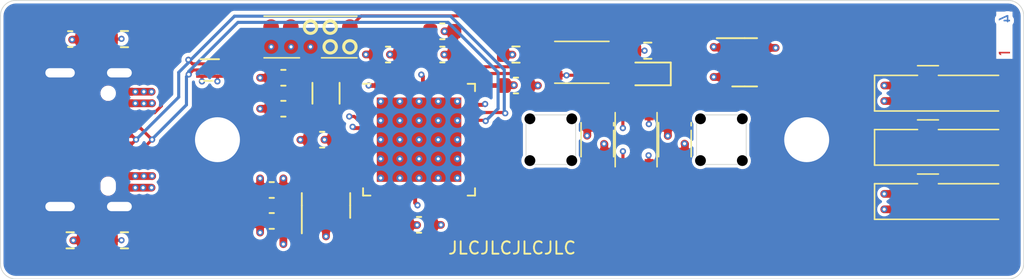
<source format=kicad_pcb>
(kicad_pcb (version 20221018) (generator pcbnew)
  (title_block (date "2023-01-08") (rev "4"))
  (layers (0 "F.Cu" signal "Front") (1 "In1.Cu" power) (2 "In2.Cu" power) (31 "B.Cu" signal "Back") (35 "F.Paste" user) (37 "F.SilkS" user "F.Silkscreen") (38 "B.Mask" user) (39 "F.Mask" user) (44 "Edge.Cuts" user))
  (property "Order-Number" "JLCJLCJLCJLC")
  (net 0 "")
  (net 1 "GND")
  (net 2 "Earth")
  (net 3 "+3V3")
  (net 4 "/SWDIO")
  (net 5 "Net-(D101-K)")
  (net 6 "Net-(D102-OUT)")
  (net 15 "/LED-onboard")
  (net 28 "/VDDCORE")
  (net 29 "/SWCLK")
  (net 32 "+5V")
  (net 33 "/XIN32")
  (net 34 "/USB+")
  (net 35 "/RESET")
  (net 36 "/XOUT32")
  (net 37 "/USB-")
  (net 39 "/USB-CC1")
  (net 40 "/Button-LED")
  (net 41 "/USB-CC2")
  (net 42 "/Button")
  (net 44 "/LED-Data")
  (net 53 "/LED Strip/WS2812-data")
  (footprint "Resistor_SMD:R_0603_1608Metric" (layer "F.Cu") (at 125 112.5 180)
    (fp_text reference "R104" hide)
    (fp_text value "5k1" hide)
  )
  (footprint "V2_Button_Switch_SMD:SKSG" (layer "F.Cu") (at 158 106 -90)
    (fp_text reference "SW102" hide)
    (fp_text value "SW_Push" hide)
  )
  (footprint "V2_Connector_USB:JAE_DX07S016JA3" (layer "F.Cu") (at 122 106 -90)
    (fp_text reference "J106" hide)
    (fp_text value "JAE_DX07S016JA3" hide)
  )
  (footprint "V2_Artwork:Minus_Small" (layer "F.Cu") (at 172.25 103)
    (fp_text reference "ICON103" hide)
    (fp_text value "Minus" hide)
  )
  (footprint "V2_Fiducial:Fiducial_0.5mm_Mask1mm_Paste" (layer "F.Cu") (at 182 114)
    (fp_text reference "FID103" hide)
    (fp_text value "Fiducial" hide)
  )
  (footprint "Capacitor_SMD:C_0603_1608Metric" (layer "F.Cu") (at 135.25 104 180)
    (fp_text reference "C102" hide)
    (fp_text value "18p" hide)
  )
  (footprint "V2_LED:WS2812-2020" (layer "F.Cu") (at 155.5 106 90)
    (fp_text reference "D102" hide)
    (fp_text value "WS2812" hide)
  )
  (footprint "V2_Package_DFN_QFN:QFN-48-1EP_7x7mm_P0.5mm_EP5.45x5.45mm_ThermalVias" (layer "F.Cu") (at 144 106)
    (fp_text reference "U102" hide)
    (fp_text value "ATSAMD51G" hide)
  )
  (footprint "Capacitor_SMD:C_0603_1608Metric" (layer "F.Cu") (at 137.75 106 180)
    (fp_text reference "C108" hide)
    (fp_text value "0u1" hide)
  )
  (footprint "V2_Fiducial:Fiducial_0.5mm_Mask1mm_Paste" (layer "F.Cu") (at 118 114)
    (fp_text reference "FID101" hide)
    (fp_text value "Fiducial" hide)
  )
  (footprint "Resistor_SMD:R_0603_1608Metric" (layer "F.Cu") (at 125 99.5 180)
    (fp_text reference "R103" hide)
    (fp_text value "5k1" hide)
  )
  (footprint "Resistor_SMD:R_0603_1608Metric" (layer "F.Cu") (at 121.5 112.5)
    (fp_text reference "R105" hide)
    (fp_text value "1M" hide)
  )
  (footprint "V2_Cortex_Debug:Cortex_Debug_Pad" (layer "F.Cu") (at 137 100 180)
    (fp_text reference "J105" hide)
    (fp_text value "CORTEX-DEBUG" hide)
  )
  (footprint "Package_TO_SOT_SMD:SOT-23-5" (layer "F.Cu") (at 165 101)
    (fp_text reference "U301" hide)
    (fp_text value "74AHC1G125" hide)
  )
  (footprint "Capacitor_SMD:C_0603_1608Metric" (layer "F.Cu") (at 150.25 102.5)
    (fp_text reference "C105" hide)
    (fp_text value "0u1" hide)
  )
  (footprint "V2_Production:Order_Number" (layer "F.Cu") (at 150 113)
    (fp_text reference "INFO101" hide)
    (fp_text value "ORDER-NUMBER" hide)
  )
  (footprint "V2_Artwork:Logo_Small" (layer "F.Cu") (at 170.75 99.75)
    (fp_text reference "ICON102" hide)
    (fp_text value "V2-logo" hide)
  )
  (footprint "Capacitor_SMD:C_0603_1608Metric" (layer "F.Cu") (at 144 111.5)
    (fp_text reference "C107" hide)
    (fp_text value "0u1" hide)
  )
  (footprint "V2_Button_Switch_SMD:SKSG" (layer "F.Cu") (at 154.5 101 180)
    (fp_text reference "SW101" hide)
    (fp_text value "SW_Push" hide)
  )
  (footprint "Capacitor_SMD:C_0603_1608Metric" (layer "F.Cu") (at 135.25 102 180)
    (fp_text reference "C101" hide)
    (fp_text value "18p" hide)
  )
  (footprint "Capacitor_SMD:C_0603_1608Metric" (layer "F.Cu") (at 134.5 109.25 180)
    (fp_text reference "C109" hide)
    (fp_text value "10u" hide)
  )
  (footprint "Capacitor_SMD:C_0603_1608Metric" (layer "F.Cu") (at 121.5 99.5)
    (fp_text reference "C112" hide)
    (fp_text value "0u1" hide)
  )
  (footprint "Resistor_SMD:R_0603_1608Metric" (layer "F.Cu") (at 150.25 100.5)
    (fp_text reference "R101" hide)
    (fp_text value "100k" hide)
  )
  (footprint "V2_Spacer_Wurth:9774030243" (layer "F.Cu") (at 131 106)
    (fp_text reference "SPACER101" hide)
    (fp_text value "3mm" hide)
  )
  (footprint "Capacitor_SMD:C_0603_1608Metric" (layer "F.Cu") (at 145.5 99)
    (fp_text reference "C103" hide)
    (fp_text value "10u" hide)
  )
  (footprint "V2_Spacer_Wurth:9774030243" (layer "F.Cu") (at 169 106)
    (fp_text reference "SPACER102" hide)
    (fp_text value "3mm" hide)
  )
  (footprint "V2_Artwork:Plus_Small" (layer "F.Cu") (at 172.25 110)
    (fp_text reference "ICON104" hide)
    (fp_text value "Plus" hide)
  )
  (footprint "V2_Production:Layer_Numbers" (layer "F.Cu") (at 181.75 99.25 90)
    (fp_text reference "INFO102" hide)
    (fp_text value "Layer_Numbers" hide)
  )
  (footprint "V2_LED:WS2812-2020" (layer "F.Cu") (at 160.5 106 90)
    (fp_text reference "D103" hide)
    (fp_text value "WS2812" hide)
  )
  (footprint "Resistor_SMD:R_0603_1608Metric" (layer "F.Cu") (at 158.75 100.25 180)
    (fp_text reference "R102" hide)
    (fp_text value "330R" hide)
  )
  (footprint "V2_Connector_WAGO:2065-100" (layer "F.Cu") (at 177.25 103 180)
    (fp_text reference "J302" hide)
    (fp_text value "WAGO-2065" hide)
  )
  (footprint "Capacitor_SMD:C_0603_1608Metric" (layer "F.Cu") (at 142 100.5 180)
    (fp_text reference "C106" hide)
    (fp_text value "0u1" hide)
  )
  (footprint "V2_Crystal:Crystal_SMD_3215-2Pin_3.2x1.5mm" (layer "F.Cu") (at 138 103 90)
    (fp_text reference "Y101" hide)
    (fp_text value "32k768" hide)
  )
  (footprint "V2_Connector_WAGO:2065-100" (layer "F.Cu") (at 177.25 110 180)
    (fp_text reference "J301" hide)
    (fp_text value "WAGO-2065" hide)
  )
  (footprint "Capacitor_SMD:C_0603_1608Metric" (layer "F.Cu") (at 145.5 100.5)
    (fp_text reference "C104" hide)
    (fp_text value "0u1" hide)
  )
  (footprint "LED_SMD:LED_0603_1608Metric" (layer "F.Cu") (at 158.75 101.75 180)
    (fp_text reference "D101" hide)
    (fp_text value "Orange" hide)
  )
  (footprint "V2_PCB_Devices:PCB_Button-bottom" (layer "F.Cu") (at 158 106 90)
    (fp_text reference "SWB101" hide)
    (fp_text value "Button-bottom" hide)
    (fp_line (start -1.6 -7.1) (end -1.6 -3.9) (stroke (width 0.05)) (layer "Edge.Cuts"))
    (fp_line (start -1.6 -3.9) (end 1.6 -3.9) (stroke (width 0.05)) (layer "Edge.Cuts"))
    (fp_line (start -1.6 3.9) (end -1.6 7.1) (stroke (width 0.05)) (layer "Edge.Cuts"))
    (fp_line (start -1.6 7.1) (end 1.6 7.1) (stroke (width 0.05)) (layer "Edge.Cuts"))
    (fp_line (start 1.6 -7.1) (end -1.6 -7.1) (stroke (width 0.05)) (layer "Edge.Cuts"))
    (fp_line (start 1.6 -3.9) (end 1.6 -7.1) (stroke (width 0.05)) (layer "Edge.Cuts"))
    (fp_line (start 1.6 3.9) (end -1.6 3.9) (stroke (width 0.05)) (layer "Edge.Cuts"))
    (fp_line (start 1.6 7.1) (end 1.6 3.9) (stroke (width 0.05)) (layer "Edge.Cuts"))
  )
  (footprint "Capacitor_SMD:C_0603_1608Metric" (layer "F.Cu") (at 134.5 111.25 180)
    (fp_text reference "C110" hide)
    (fp_text value "10u" hide)
  )
  (footprint "V2_ESD_Suppressor:SLP1210N6" (layer "F.Cu") (at 130.5 101.5 180)
    (fp_text reference "ESD101" hide)
    (fp_text value "RCLAMP0582N" hide)
  )
  (footprint "V2_Connector_WAGO:2065-100" (layer "F.Cu") (at 177.25 106.5 180)
    (fp_text reference "J303" hide)
    (fp_text value "WAGO-2065" hide)
  )
  (footprint "Package_TO_SOT_SMD:SOT-23-5" (layer "F.Cu") (at 138 110.25 90)
    (fp_text reference "U103" hide)
    (fp_text value "AP2112K-3.3" hide)
  )
  (footprint "V2_Fiducial:Fiducial_0.5mm_Mask1mm_Paste" (layer "F.Cu") (at 118 98)
    (fp_text reference "FID102" hide)
    (fp_text value "Fiducial" hide)
  )
  (footprint "V2_Artwork:Board_strip_Small" (layer "F.Cu") (at 171.25 113)
    (fp_text reference "ICON101" hide)
    (fp_text value "Board_strip" hide)
  )
  (gr_line (start 117 98) (end 117 114) (stroke (width 0.05)) (layer "Edge.Cuts"))
  (gr_line (start 118 97) (end 182 97) (stroke (width 0.05)) (layer "Edge.Cuts"))
  (gr_line (start 183 98) (end 183 114) (stroke (width 0.05)) (layer "Edge.Cuts"))
  (gr_arc (start 118 115) (mid 117.292893 114.707107) (end 117 114) (stroke (width 0.05)) (layer "Edge.Cuts"))
  (gr_arc (start 183 114) (mid 182.707107 114.707107) (end 182 115) (stroke (width 0.05)) (layer "Edge.Cuts"))
  (gr_arc (start 117 98) (mid 117.292893 97.292893) (end 118 97) (stroke (width 0.05)) (layer "Edge.Cuts"))
  (gr_arc (start 182 97) (mid 182.707107 97.292893) (end 183 98) (stroke (width 0.05)) (layer "Edge.Cuts"))
  (gr_line (start 118 115) (end 182 115) (stroke (width 0.05)) (layer "Edge.Cuts"))
  (segment (start 121.6245 99.534873) (end 122.240127 99.534873) (width 0.5) (layer "F.Cu") (net 1))
  (segment (start 143.75 110.085478) (end 143.902102 110.23758) (width 0.25) (layer "F.Cu") (net 1))
  (segment (start 144.146117 101.797172) (end 144.25 101.901055) (width 0.25) (layer "F.Cu") (net 1))
  (segment (start 141.219169 100.494169) (end 141.225 100.5) (width 0.5) (layer "F.Cu") (net 1))
  (segment (start 139.7169 105.167354) (end 139.799546 105.25) (width 0.25) (layer "F.Cu") (net 1))
  (segment (start 144.25 101.901055) (end 144.25 102.55) (width 0.25) (layer "F.Cu") (net 1))
  (segment (start 146.273845 100.501155) (end 146.275 100.5) (width 0.5) (layer "F.Cu") (net 1))
  (segment (start 133.75 109.225) (end 133.725 109.25) (width 0.5) (layer "F.Cu") (net 1))
  (segment (start 146.273146 98.998146) (end 146.275 99) (width 0.5) (layer "F.Cu") (net 1))
  (segment (start 160.039178 105.753377) (end 160.05 105.742555) (width 0.5) (layer "F.Cu") (net 1))
  (segment (start 140.567636 100.494169) (end 141.219169 100.494169) (width 0.5) (layer "F.Cu") (net 1))
  (segment (start 176.15 102.5) (end 176.65 103) (width 0.5) (layer "F.Cu") (net 1))
  (segment (start 156.0625 101.8375) (end 152.9375 101.8375) (width 0.2) (layer "F.Cu") (net 1))
  (segment (start 145.414209 111.505028) (end 144.780028 111.505028) (width 0.5) (layer "F.Cu") (net 1))
  (segment (start 139.799546 105.25) (end 140.55 105.25) (width 0.25) (layer "F.Cu") (net 1))
  (segment (start 146.275 99) (end 146.275 100.5) (width 0.5) (layer "F.Cu") (net 1))
  (segment (start 124.793702 99.5) (end 124.175 99.5) (width 0.2) (layer "F.Cu") (net 1))
  (segment (start 126.748059 102.9) (end 125.05 102.9) (width 0.5) (layer "F.Cu") (net 1))
  (segment (start 176.15 103.5) (end 176.65 103) (width 0.5) (layer "F.Cu") (net 1))
  (segment (start 174 103.5) (end 176.15 103.5) (width 0.5) (layer "F.Cu") (net 1))
  (segment (start 143.75 109.45) (end 143.75 110.085478) (width 0.25) (layer "F.Cu") (net 1))
  (segment (start 151.661024 102.5) (end 151.025 102.5) (width 0.5) (layer "F.Cu") (net 1))
  (segment (start 158.802323 107.011691) (end 158.824848 107.034216) (width 0.2) (layer "F.Cu") (net 1))
  (segment (start 133.75 111.275) (end 133.725 111.25) (width 0.5) (layer "F.Cu") (net 1))
  (segment (start 133.75 108.5) (end 133.75 109.225) (width 0.5) (layer "F.Cu") (net 1))
  (segment (start 124.808043 112.5) (end 124.175 112.5) (width 0.2) (layer "F.Cu") (net 1))
  (segment (start 148.20522 103.75) (end 147.45 103.75) (width 0.25) (layer "F.Cu") (net 1))
  (segment (start 141.2 102.5) (end 141.25 102.55) (width 0.3) (layer "F.Cu") (net 1))
  (segment (start 151.665062 102.504038) (end 151.661024 102.5) (width 0.5) (layer "F.Cu") (net 1))
  (segment (start 143.902102 110.1625) (end 143.902102 110.23758) (width 0.3) (layer "F.Cu") (net 1))
  (segment (start 148.260521 103.694699) (end 148.20522 103.75) (width 0.25) (layer "F.Cu") (net 1))
  (segment (start 145.640161 98.998146) (end 146.273146 98.998146) (width 0.5) (layer "F.Cu") (net 1))
  (segment (start 157.925 100.25) (end 158.541695 100.25) (width 0.2) (layer "F.Cu") (net 1))
  (segment (start 144.780028 111.505028) (end 144.775 111.5) (width 0.5) (layer "F.Cu") (net 1))
  (segment (start 134.474072 103.999072) (end 134.475 104) (width 0.5) (layer "F.Cu") (net 1))
  (segment (start 158.824848 104.988168) (end 158.824848 104.4375) (width 0.2) (layer "F.Cu") (net 1))
  (segment (start 163.003428 101.95) (end 163.8625 101.95) (width 0.5) (layer "F.Cu") (net 1))
  (segment (start 174 102.5) (end 176.15 102.5) (width 0.5) (layer "F.Cu") (net 1))
  (segment (start 163.05 100.05) (end 163.8625 100.05) (width 0.5) (layer "F.Cu") (net 1))
  (segment (start 158.820681 104.992335) (end 158.824848 104.988168) (width 0.2) (layer "F.Cu") (net 1))
  (segment (start 158.541695 100.25) (end 158.542972 100.248723) (width 0.2) (layer "F.Cu") (net 1))
  (segment (start 131 102.227716) (end 130.997161 102.230555) (width 0.2) (layer "F.Cu") (net 1))
  (segment (start 133.75 112) (end 133.75 111.275) (width 0.5) (layer "F.Cu") (net 1))
  (segment (start 138 111.3875) (end 138 112.25) (width 0.5) (layer "F.Cu") (net 1))
  (segment (start 124.810901 99.482801) (end 124.793702 99.5) (width 0.2) (layer "F.Cu") (net 1))
  (segment (start 133.75 102) (end 134.475 102) (width 0.5) (layer "F.Cu") (net 1))
  (segment (start 163 100) (end 163.05 100.05) (width 0.5) (layer "F.Cu") (net 1))
  (segment (start 126.75 109.1) (end 125.05 109.1) (width 0.5) (layer "F.Cu") (net 1))
  (segment (start 163 101.946572) (end 163.003428 101.95) (width 0.5) (layer "F.Cu") (net 1))
  (segment (start 154.834749 105.740495) (end 154.85 105.725244) (width 0.5) (layer "F.Cu") (net 1))
  (segment (start 136.345156 106.008324) (end 136.991676 106.008324) (width 0.5) (layer "F.Cu") (net 1))
  (segment (start 124.810901 112.497142) (end 124.808043 112.5) (width 0.2) (layer "F.Cu") (net 1))
  (segment (start 133.75 103.999072) (end 134.474072 103.999072) (width 0.5) (layer "F.Cu") (net 1))
  (segment (start 140.75 102.5) (end 141.2 102.5) (width 0.3) (layer "F.Cu") (net 1))
  (segment (start 131 101.9) (end 131 102.227716) (width 0.2) (layer "F.Cu") (net 1))
  (segment (start 126.75 102.901941) (end 126.748059 102.9) (width 0.5) (layer "F.Cu") (net 1))
  (segment (start 121.702351 112.50562) (end 122.32938 112.50562) (width 0.5) (layer "F.Cu") (net 1))
  (segment (start 154.85 105.725244) (end 154.85 105.085) (width 0.5) (layer "F.Cu") (net 1))
  (segment (start 160.05 105.742555) (end 160.05 105.085) (width 0.5) (layer "F.Cu") (net 1))
  (segment (start 145.6245 100.501155) (end 146.273845 100.501155) (width 0.5) (layer "F.Cu") (net 1))
  (segment (start 158.824848 107.034216) (end 158.824848 107.5625) (width 0.2) (layer "F.Cu") (net 1))
  (segment (start 122.240127 99.534873) (end 122.275 99.5) (width 0.5) (layer "F.Cu") (net 1))
  (via (at 121.702351 112.50562) (size 0.4) (drill 0.2) (layers "F.Cu" "B.Cu") (net 1))
  (via (at 124.810901 99.482801) (size 0.4) (drill 0.2) (layers "F.Cu" "B.Cu") (net 1))
  (via (at 125.700745 109.102181) (size 0.4) (drill 0.2) (layers "F.Cu" "B.Cu") (net 1))
  (via (at 124.810901 112.497142) (size 0.4) (drill 0.2) (layers "F.Cu" "B.Cu") (net 1))
  (via (at 148.260521 103.694699) (size 0.4) (drill 0.2) (layers "F.Cu" "B.Cu") (net 1))
  (via (at 126.25 102.898977) (size 0.4) (drill 0.2) (layers "F.Cu" "B.Cu") (net 1))
  (via (at 130.997161 102.230555) (size 0.4) (drill 0.2) (layers "F.Cu" "B.Cu") (net 1))
  (via (at 154.834749 105.740495) (size 0.4) (drill 0.2) (layers "F.Cu" "B.Cu") (net 1))
  (via (at 126.75 102.901941) (size 0.4) (drill 0.2) (layers "F.Cu" "B.Cu") (net 1))
  (via (at 163 101.946572) (size 0.4) (drill 0.2) (layers "F.Cu" "B.Cu") (net 1))
  (via (at 138 112.25) (size 0.4) (drill 0.2) (layers "F.Cu" "B.Cu") (net 1))
  (via (at 139.7169 105.167354) (size 0.4) (drill 0.2) (layers "F.Cu" "B.Cu") (net 1))
  (via (at 133.75 108.5) (size 0.4) (drill 0.2) (layers "F.Cu" "B.Cu") (net 1))
  (via (at 136.345156 106.008324) (size 0.4) (drill 0.2) (layers "F.Cu" "B.Cu") (net 1))
  (via (at 153.50995 101.843542) (size 0.4) (drill 0.2) (layers "F.Cu" "B.Cu") (net 1))
  (via (at 135.744983 100) (size 0.4) (drill 0.2) (layers "F.Cu" "B.Cu") (net 1))
  (via (at 174 103.5) (size 0.4) (drill 0.2) (layers "F.Cu" "B.Cu") (net 1))
  (via (at 145.640161 98.998146) (size 0.4) (drill 0.2) (layers "F.Cu" "B.Cu") (net 1))
  (via (at 121.6245 99.534873) (size 0.4) (drill 0.2) (layers "F.Cu" "B.Cu") (net 1))
  (via (at 126.75 109.1) (size 0.4) (drill 0.2) (layers "F.Cu" "B.Cu") (net 1))
  (via (at 158.542972 100.248723) (size 0.4) (drill 0.2) (layers "F.Cu" "B.Cu") (net 1))
  (via (at 145.414209 111.505028) (size 0.4) (drill 0.2) (layers "F.Cu" "B.Cu") (net 1))
  (via (at 125.700745 102.902181) (size 0.4) (drill 0.2) (layers "F.Cu" "B.Cu") (net 1))
  (via (at 140.567636 100.494169) (size 0.4) (drill 0.2) (layers "F.Cu" "B.Cu") (net 1))
  (via (at 160.039178 105.753377) (size 0.4) (drill 0.2) (layers "F.Cu" "B.Cu") (net 1))
  (via (at 133.75 112) (size 0.4) (drill 0.2) (layers "F.Cu" "B.Cu") (net 1))
  (via (at 174 102.5) (size 0.4) (drill 0.2) (layers "F.Cu" "B.Cu") (net 1))
  (via (at 126.201672 109.1) (size 0.4) (drill 0.2) (layers "F.Cu" "B.Cu") (net 1))
  (via (at 145.6245 100.501155) (size 0.4) (drill 0.2) (layers "F.Cu" "B.Cu") (net 1))
  (via (at 143.902102 110.23758) (size 0.4) (drill 0.2) (layers "F.Cu" "B.Cu") (net 1))
  (via (at 151.665062 102.504038) (size 0.4) (drill 0.2) (layers "F.Cu" "B.Cu") (net 1))
  (via (at 137 100) (size 0.4) (drill 0.2) (layers "F.Cu" "B.Cu") (net 1))
  (via (at 144.146117 101.797172) (size 0.4) (drill 0.2) (layers "F.Cu" "B.Cu") (net 1))
  (via (at 158.820681 104.992335) (size 0.4) (drill 0.2) (layers "F.Cu" "B.Cu") (net 1))
  (via (at 133.75 102) (size 0.4) (drill 0.2) (layers "F.Cu" "B.Cu") (net 1))
  (via (at 133.75 103.999072) (size 0.4) (drill 0.2) (layers "F.Cu" "B.Cu") (net 1))
  (via (at 163 100) (size 0.4) (drill 0.2) (layers "F.Cu" "B.Cu") (net 1))
  (via (at 158.802323 107.011691) (size 0.4) (drill 0.2) (layers "F.Cu" "B.Cu") (net 1))
  (via (at 140.75 102.5) (size 0.4) (drill 0.2) (layers "F.Cu" "B.Cu") (net 1))
  (segment (start 120.685 112.5) (end 120.685 111.25) (width 0.5) (layer "F.Cu") (net 2))
  (segment (start 120.725 99.5) (end 120.725 100.75) (width 0.5) (layer "F.Cu") (net 2))
  (segment (start 140 105.75) (end 139.75 106) (width 0.3) (layer "F.Cu") (net 3))
  (segment (start 143.25 111.475) (end 143.225 111.5) (width 0.3) (layer "F.Cu") (net 3))
  (segment (start 138.548832 105.998832) (end 138.55 106) (width 0.5) (layer "F.Cu") (net 3))
  (segment (start 143.25 109.45) (end 143.25 111.475) (width 0.3) (layer "F.Cu") (net 3))
  (segment (start 137.8995 105.998832) (end 138.548832 105.998832) (width 0.5) (layer "F.Cu") (net 3))
  (segment (start 136.9125 109.25) (end 137.05 109.1125) (width 0.5) (layer "F.Cu") (net 3))
  (segment (start 143.240261 111.515261) (end 143.225 111.5) (width 0.5) (layer "F.Cu") (net 3))
  (segment (start 135.25 109.225) (end 135.275 109.25) (width 0.5) (layer "F.Cu") (net 3))
  (segment (start 142.775 100.5) (end 142.130331 100.5) (width 0.5) (layer "F.Cu") (net 3))
  (segment (start 135.25 108.5) (end 135.25 109.225) (width 0.5) (layer "F.Cu") (net 3))
  (segment (start 139.824345 104.5) (end 139.5 104.5) (width 0.2) (layer "F.Cu") (net 3))
  (segment (start 149.495924 102.479076) (end 149.475 102.5) (width 0.5) (layer "F.Cu") (net 3))
  (segment (start 147.75 103.25) (end 148.5 102.5) (width 0.3) (layer "F.Cu") (net 3))
  (segment (start 140.074345 104.75) (end 139.824345 104.5) (width 0.2) (layer "F.Cu") (net 3))
  (segment (start 135.275 109.25) (end 136.9125 109.25) (width 0.5) (layer "F.Cu") (net 3))
  (segment (start 150.020538 100.50368) (end 149.42868 100.50368) (width 0.5) (layer "F.Cu") (net 3))
  (segment (start 143.25 100.975) (end 142.775 100.5) (width 0.3) (layer "F.Cu") (net 3))
  (segment (start 142.130331 100.5) (end 142.1245 100.494169) (width 0.5) (layer "F.Cu") (net 3))
  (segment (start 143.8755 111.515261) (end 143.240261 111.515261) (width 0.5) (layer "F.Cu") (net 3))
  (segment (start 148.5 102.5) (end 149.475 102.5) (width 0.3) (layer "F.Cu") (net 3))
  (segment (start 139.75 106) (end 138.55 106) (width 0.3) (layer "F.Cu") (net 3))
  (segment (start 140.55 105.75) (end 140 105.75) (width 0.3) (layer "F.Cu") (net 3))
  (segment (start 140.55 104.75) (end 140.074345 104.75) (width 0.2) (layer "F.Cu") (net 3))
  (segment (start 149.42868 100.50368) (end 149.425 100.5) (width 0.5) (layer "F.Cu") (net 3))
  (segment (start 147.45 103.25) (end 147.75 103.25) (width 0.3) (layer "F.Cu") (net 3))
  (segment (start 143.25 102.55) (end 143.25 100.975) (width 0.3) (layer "F.Cu") (net 3))
  (segment (start 150.12 102.479076) (end 149.495924 102.479076) (width 0.5) (layer "F.Cu") (net 3))
  (via (at 134.467037 100) (size 0.4) (drill 0.2) (layers "F.Cu" "B.Cu") (net 3))
  (via (at 150.020538 100.50368) (size 0.4) (drill 0.2) (layers "F.Cu" "B.Cu") (net 3))
  (via (at 135.25 108.5) (size 0.4) (drill 0.2) (layers "F.Cu" "B.Cu") (net 3))
  (via (at 150.12 102.479076) (size 0.4) (drill 0.2) (layers "F.Cu" "B.Cu") (net 3))
  (via (at 137.8995 105.998832) (size 0.4) (drill 0.2) (layers "F.Cu" "B.Cu") (net 3))
  (via (at 139.5 104.5) (size 0.4) (drill 0.2) (layers "F.Cu" "B.Cu") (net 3))
  (via (at 142.1245 100.494169) (size 0.4) (drill 0.2) (layers "F.Cu" "B.Cu") (net 3))
  (via (at 143.8755 111.515261) (size 0.4) (drill 0.2) (layers "F.Cu" "B.Cu") (net 3))
  (segment (start 134.46 98.73) (end 133.652 99.538) (width 0.2) (layer "F.Cu") (net 4))
  (segment (start 133.652 99.538) (end 133.652 100.334685) (width 0.2) (layer "F.Cu") (net 4))
  (segment (start 140.413069 101.825) (end 142.009314 101.825) (width 0.2) (layer "F.Cu") (net 4))
  (segment (start 142.25 102.065686) (end 142.25 102.55) (width 0.2) (layer "F.Cu") (net 4))
  (segment (start 139.49568 100.907611) (end 140.413069 101.825) (width 0.2) (layer "F.Cu") (net 4))
  (segment (start 134.224926 100.907611) (end 139.49568 100.907611) (width 0.2) (layer "F.Cu") (net 4))
  (segment (start 142.009314 101.825) (end 142.25 102.065686) (width 0.2) (layer "F.Cu") (net 4))
  (segment (start 133.652 100.334685) (end 134.224926 100.907611) (width 0.2) (layer "F.Cu") (net 4))
  (segment (start 159.5375 101.75) (end 159.5375 100.2875) (width 0.2) (layer "F.Cu") (net 5))
  (segment (start 159.5375 100.2875) (end 159.575 100.25) (width 0.2) (layer "F.Cu") (net 5))
  (segment (start 155.962651 105.085) (end 156.877651 106) (width 0.2) (layer "F.Cu") (net 6))
  (segment (start 156.877651 106) (end 159.122348 106) (width 0.2) (layer "F.Cu") (net 6))
  (segment (start 159.122348 106) (end 160.037348 106.915) (width 0.2) (layer "F.Cu") (net 6))
  (segment (start 146.137348 101.725) (end 145.75 102.112348) (width 0.2) (layer "F.Cu") (net 15))
  (segment (start 152.325 101.25) (end 157.4625 101.25) (width 0.2) (layer "F.Cu") (net 15))
  (segment (start 146.137348 101.725) (end 151.85 101.725) (width 0.2) (layer "F.Cu") (net 15))
  (segment (start 145.75 102.112348) (end 145.75 102.55) (width 0.2) (layer "F.Cu") (net 15))
  (segment (start 157.4625 101.25) (end 157.9625 101.75) (width 0.2) (layer "F.Cu") (net 15))
  (segment (start 151.85 101.725) (end 152.325 101.25) (width 0.2) (layer "F.Cu") (net 15))
  (segment (start 144.725 99) (end 144.725 100.5) (width 0.5) (layer "F.Cu") (net 28))
  (segment (start 144.75 100.525) (end 144.725 100.5) (width 0.3) (layer "F.Cu") (net 28))
  (segment (start 144.75 102.55) (end 144.75 100.525) (width 0.3) (layer "F.Cu") (net 28))
  (segment (start 138.354066 99.131884) (end 140.620624 101.398442) (width 0.2) (layer "F.Cu") (net 29))
  (segment (start 136.131884 99.131884) (end 138.354066 99.131884) (width 0.2) (layer "F.Cu") (net 29))
  (segment (start 142.148442 101.398442) (end 142.75 102) (width 0.2) (layer "F.Cu") (net 29))
  (segment (start 140.620624 101.398442) (end 142.148442 101.398442) (width 0.2) (layer "F.Cu") (net 29))
  (segment (start 142.75 102) (end 142.75 102.55) (width 0.2) (layer "F.Cu") (net 29))
  (segment (start 135.73 98.73) (end 136.131884 99.131884) (width 0.2) (layer "F.Cu") (net 29))
  (segment (start 126.774666 103.65) (end 125.05 103.65) (width 0.5) (layer "F.Cu") (net 32))
  (segment (start 176.15 109.5) (end 176.65 110) (width 0.5) (layer "F.Cu") (net 32))
  (segment (start 126.78164 103.643026) (end 126.774666 103.65) (width 0.5) (layer "F.Cu") (net 32))
  (segment (start 138.291125 110.25) (end 138.95 110.908875) (width 0.2) (layer "F.Cu") (net 32))
  (segment (start 155.92974 106.268667) (end 155.95 106.288927) (width 0.5) (layer "F.Cu") (net 32))
  (segment (start 174 110.5) (end 176.15 110.5) (width 0.5) (layer "F.Cu") (net 32))
  (segment (start 174 109.5) (end 176.15 109.5) (width 0.5) (layer "F.Cu") (net 32))
  (segment (start 176.15 110.5) (end 176.65 110) (width 0.5) (layer "F.Cu") (net 32))
  (segment (start 166.154096 100.066596) (end 166.1375 100.05) (width 0.5) (layer "F.Cu") (net 32))
  (segment (start 137.05 110.892924) (end 137.692924 110.25) (width 0.2) (layer "F.Cu") (net 32))
  (segment (start 135.25 111.275) (end 135.275 111.25) (width 0.5) (layer "F.Cu") (net 32))
  (segment (start 137.05 111.3875) (end 137.05 110.892924) (width 0.2) (layer "F.Cu") (net 32))
  (segment (start 126.78627 108.35) (end 125.05 108.35) (width 0.5) (layer "F.Cu") (net 32))
  (segment (start 137.692924 110.25) (end 138.291125 110.25) (width 0.2) (layer "F.Cu") (net 32))
  (segment (start 130 101.9) (end 130 102.234733) (width 0.2) (layer "F.Cu") (net 32))
  (segment (start 135.25 112.75) (end 135.25 111.275) (width 0.5) (layer "F.Cu") (net 32))
  (segment (start 136.9125 111.25) (end 137.05 111.3875) (width 0.5) (layer "F.Cu") (net 32))
  (segment (start 161.15 106.284498) (end 161.15 106.915) (width 0.5) (layer "F.Cu") (net 32))
  (segment (start 130 102.234733) (end 129.999516 102.235217) (width 0.2) (layer "F.Cu") (net 32))
  (segment (start 135.275 111.25) (end 136.9125 111.25) (width 0.5) (layer "F.Cu") (net 32))
  (segment (start 126.78749 108.34878) (end 126.78627 108.35) (width 0.5) (layer "F.Cu") (net 32))
  (segment (start 138.95 110.908875) (end 138.95 111.3875) (width 0.2) (layer "F.Cu") (net 32))
  (segment (start 155.95 106.288927) (end 155.95 106.915) (width 0.5) (layer "F.Cu") (net 32))
  (segment (start 161.121287 106.255785) (end 161.15 106.284498) (width 0.5) (layer "F.Cu") (net 32))
  (segment (start 167.000542 100.066596) (end 166.154096 100.066596) (width 0.5) (layer "F.Cu") (net 32))
  (via (at 174 110.5) (size 0.4) (drill 0.2) (layers "F.Cu" "B.Cu") (net 32))
  (via (at 167.000542 100.066596) (size 0.4) (drill 0.2) (layers "F.Cu" "B.Cu") (net 32))
  (via (at 135.25 112.75) (size 0.4) (drill 0.2) (layers "F.Cu" "B.Cu") (net 32))
  (via (at 125.700745 108.352181) (size 0.4) (drill 0.2) (layers "F.Cu" "B.Cu") (net 32))
  (via (at 126.25 103.664213) (size 0.4) (drill 0.2) (layers "F.Cu" "B.Cu") (net 32))
  (via (at 126.78164 103.643026) (size 0.4) (drill 0.2) (layers "F.Cu" "B.Cu") (net 32))
  (via (at 155.92974 106.268667) (size 0.4) (drill 0.2) (layers "F.Cu" "B.Cu") (net 32))
  (via (at 161.121287 106.255785) (size 0.4) (drill 0.2) (layers "F.Cu" "B.Cu") (net 32))
  (via (at 126.78749 108.34878) (size 0.4) (drill 0.2) (layers "F.Cu" "B.Cu") (net 32))
  (via (at 129.999516 102.235217) (size 0.4) (drill 0.2) (layers "F.Cu" "B.Cu") (net 32))
  (via (at 125.702926 103.65) (size 0.4) (drill 0.2) (layers "F.Cu" "B.Cu") (net 32))
  (via (at 126.25 108.35) (size 0.4) (drill 0.2) (layers "F.Cu" "B.Cu") (net 32))
  (via (at 174 109.5) (size 0.4) (drill 0.2) (layers "F.Cu" "B.Cu") (net 32))
  (segment (start 136.3 101.75) (end 138 101.75) (width 0.2) (layer "F.Cu") (net 33))
  (segment (start 140.127708 103.25) (end 138.627708 101.75) (width 0.2) (layer "F.Cu") (net 33))
  (segment (start 138.627708 101.75) (end 138 101.75) (width 0.2) (layer "F.Cu") (net 33))
  (segment (start 136.05 102) (end 136.3 101.75) (width 0.2) (layer "F.Cu") (net 33))
  (segment (start 140.55 103.25) (end 140.127708 103.25) (width 0.2) (layer "F.Cu") (net 33))
  (segment (start 129.387764 101.1) (end 130 101.1) (width 0.2) (layer "F.Cu") (net 34))
  (segment (start 147.455801 104.244199) (end 147.45 104.25) (width 0.2) (layer "F.Cu") (net 34))
  (segment (start 125.75 105.994623) (end 125.505377 105.75) (width 0.2) (layer "F.Cu") (net 34))
  (segment (start 129.125131 100.837367) (end 129.387764 101.1) (width 0.2) (layer "F.Cu") (net 34))
  (segment (start 125.505377 105.75) (end 125.05 105.75) (width 0.2) (layer "F.Cu") (net 34))
  (segment (start 149.557225 104.292587) (end 149.508837 104.244199) (width 0.2) (layer "F.Cu") (net 34))
  (segment (start 125.494623 106.25) (end 125.05 106.25) (width 0.2) (layer "F.Cu") (net 34))
  (segment (start 125.75 105.994623) (end 125.494623 106.25) (width 0.2) (layer "F.Cu") (net 34))
  (segment (start 149.508837 104.244199) (end 147.455801 104.244199) (width 0.2) (layer "F.Cu") (net 34))
  (via (at 125.75 105.994623) (size 0.4) (drill 0.2) (layers "F.Cu" "B.Cu") (net 34))
  (via (at 129.125131 100.837367) (size 0.4) (drill 0.2) (layers "F.Cu" "B.Cu") (net 34))
  (via (at 149.557225 104.292587) (size 0.4) (drill 0.2) (layers "F.Cu" "B.Cu") (net 34))
  (segment (start 128.5 103.25) (end 128.5 101.652013) (width 0.2) (layer "B.Cu") (net 34))
  (segment (start 146.036822 98.021382) (end 132.094654 98.021382) (width 0.2) (layer "B.Cu") (net 34))
  (segment (start 125.75 105.994623) (end 125.755377 105.994623) (width 0.2) (layer "B.Cu") (net 34))
  (segment (start 129.125131 101.026882) (end 129.125131 100.837367) (width 0.2) (layer "B.Cu") (net 34))
  (segment (start 129.278669 100.837367) (end 129.125131 100.837367) (width 0.2) (layer "B.Cu") (net 34))
  (segment (start 149.557225 104.292587) (end 149.497547 104.232909) (width 0.2) (layer "B.Cu") (net 34))
  (segment (start 149.497547 104.232909) (end 149.497547 101.482108) (width 0.2) (layer "B.Cu") (net 34))
  (segment (start 125.755377 105.994623) (end 128.5 103.25) (width 0.2) (layer "B.Cu") (net 34))
  (segment (start 128.5 101.652013) (end 129.125131 101.026882) (width 0.2) (layer "B.Cu") (net 34))
  (segment (start 149.497547 101.482108) (end 146.036822 98.021382) (width 0.2) (layer "B.Cu") (net 34))
  (segment (start 132.094654 98.021382) (end 129.278669 100.837367) (width 0.2) (layer "B.Cu") (net 34))
  (segment (start 146.008278 101.288385) (end 150.286615 101.288385) (width 0.2) (layer "F.Cu") (net 35))
  (segment (start 152.6 100.5) (end 152.9375 100.1625) (width 0.2) (layer "F.Cu") (net 35))
  (segment (start 152.9375 100.1625) (end 156.0625 100.1625) (width 0.2) (layer "F.Cu") (net 35))
  (segment (start 145.25 102.046663) (end 146.008278 101.288385) (width 0.2) (layer "F.Cu") (net 35))
  (segment (start 140.27 98) (end 148.57261 98) (width 0.2) (layer "F.Cu") (net 35))
  (segment (start 150.286615 101.288385) (end 151.075 100.5) (width 0.2) (layer "F.Cu") (net 35))
  (segment (start 151.075 100.5) (end 152.6 100.5) (width 0.2) (layer "F.Cu") (net 35))
  (segment (start 151.07261 100.5) (end 151.075 100.5) (width 0.2) (layer "F.Cu") (net 35))
  (segment (start 139.54 98.73) (end 140.27 98) (width 0.2) (layer "F.Cu") (net 35))
  (segment (start 145.25 102.55) (end 145.25 102.046663) (width 0.2) (layer "F.Cu") (net 35))
  (segment (start 148.57261 98) (end 151.07261 100.5) (width 0.2) (layer "F.Cu") (net 35))
  (segment (start 139 103.75) (end 138.5 104.25) (width 0.2) (layer "F.Cu") (net 36))
  (segment (start 140.55 103.75) (end 139 103.75) (width 0.2) (layer "F.Cu") (net 36))
  (segment (start 136.275 104.25) (end 138 104.25) (width 0.2) (layer "F.Cu") (net 36))
  (segment (start 138.5 104.25) (end 138 104.25) (width 0.2) (layer "F.Cu") (net 36))
  (segment (start 136.025 104) (end 136.275 104.25) (width 0.2) (layer "F.Cu") (net 36))
  (segment (start 126.782842 105.99427) (end 126.038572 105.25) (width 0.2) (layer "F.Cu") (net 37))
  (segment (start 129.145699 101.784132) (end 129.429831 101.5) (width 0.2) (layer "F.Cu") (net 37))
  (segment (start 126.782842 105.99427) (end 126.027112 106.75) (width 0.2) (layer "F.Cu") (net 37))
  (segment (start 148.295359 104.793699) (end 148.25166 104.75) (width 0.2) (layer "F.Cu") (net 37))
  (segment (start 126.038572 105.25) (end 125.05 105.25) (width 0.2) (layer "F.Cu") (net 37))
  (segment (start 126.027112 106.75) (end 125.05 106.75) (width 0.2) (layer "F.Cu") (net 37))
  (segment (start 129.429831 101.5) (end 130 101.5) (width 0.2) (layer "F.Cu") (net 37))
  (segment (start 148.25166 104.75) (end 147.45 104.75) (width 0.2) (layer "F.Cu") (net 37))
  (via (at 148.295359 104.793699) (size 0.4) (drill 0.2) (layers "F.Cu" "B.Cu") (net 37))
  (via (at 129.145699 101.784132) (size 0.4) (drill 0.2) (layers "F.Cu" "B.Cu") (net 37))
  (via (at 126.782842 105.99427) (size 0.4) (drill 0.2) (layers "F.Cu" "B.Cu") (net 37))
  (segment (start 129 101.929831) (end 129.145699 101.784132) (width 0.2) (layer "B.Cu") (net 37))
  (segment (start 129.145699 101.59391) (end 132.318227 98.421382) (width 0.2) (layer "B.Cu") (net 37))
  (segment (start 132.318227 98.421382) (end 145.871136 98.421382) (width 0.2) (layer "B.Cu") (net 37))
  (segment (start 145.871136 98.421382) (end 149.097547 101.647793) (width 0.2) (layer "B.Cu") (net 37))
  (segment (start 149.097547 103.991511) (end 148.295359 104.793699) (width 0.2) (layer "B.Cu") (net 37))
  (segment (start 126.782842 105.967158) (end 129 103.75) (width 0.2) (layer "B.Cu") (net 37))
  (segment (start 129 103.75) (end 129 101.929831) (width 0.2) (layer "B.Cu") (net 37))
  (segment (start 129.145699 101.784132) (end 129.145699 101.59391) (width 0.2) (layer "B.Cu") (net 37))
  (segment (start 126.782842 105.99427) (end 126.782842 105.967158) (width 0.2) (layer "B.Cu") (net 37))
  (segment (start 149.097547 101.647793) (end 149.097547 103.991511) (width 0.2) (layer "B.Cu") (net 37))
  (segment (start 127.388614 101.063614) (end 125.825 99.5) (width 0.2) (layer "F.Cu") (net 39))
  (segment (start 126.951778 104.25) (end 127.388614 103.813164) (width 0.2) (layer "F.Cu") (net 39))
  (segment (start 127.388614 103.813164) (end 127.388614 101.063614) (width 0.2) (layer "F.Cu") (net 39))
  (segment (start 125.05 104.25) (end 126.951778 104.25) (width 0.2) (layer "F.Cu") (net 39))
  (segment (start 154.85 108.387685) (end 153.062685 110.175) (width 0.2) (layer "F.Cu") (net 40))
  (segment (start 145.25 109.45) (end 145.25 109.887652) (width 0.2) (layer "F.Cu") (net 40))
  (segment (start 153.062685 110.175) (end 145.537348 110.175) (width 0.2) (layer "F.Cu") (net 40))
  (segment (start 154.85 106.915) (end 154.85 108.387685) (width 0.2) (layer "F.Cu") (net 40))
  (segment (start 145.25 109.887652) (end 145.537348 110.175) (width 0.2) (layer "F.Cu") (net 40))
  (segment (start 126.5 107.25) (end 127.5 108.25) (width 0.2) (layer "F.Cu") (net 41))
  (segment (start 125.05 107.25) (end 126.5 107.25) (width 0.2) (layer "F.Cu") (net 41))
  (segment (start 127.5 108.25) (end 127.5 110.825) (width 0.2) (layer "F.Cu") (net 41))
  (segment (start 127.5 110.825) (end 125.825 112.5) (width 0.2) (layer "F.Cu") (net 41))
  (segment (start 157.144747 105.25) (end 157.144747 104.442601) (width 0.2) (layer "F.Cu") (net 42))
  (segment (start 157.149848 106.75) (end 157.149848 107.5625) (width 0.2) (layer "F.Cu") (net 42))
  (segment (start 142.75 112.5) (end 142.25 112) (width 0.2) (layer "F.Cu") (net 42))
  (segment (start 157.149848 107.5625) (end 152.212348 112.5) (width 0.2) (layer "F.Cu") (net 42))
  (segment (start 142.25 112) (end 142.25 109.45) (width 0.2) (layer "F.Cu") (net 42))
  (segment (start 152.212348 112.5) (end 142.75 112.5) (width 0.2) (layer "F.Cu") (net 42))
  (via (at 157.149848 106.75) (size 0.4) (drill 0.2) (layers "F.Cu" "B.Cu") (net 42))
  (via (at 157.144747 105.25) (size 0.4) (drill 0.2) (layers "F.Cu" "B.Cu") (net 42))
  (segment (start 160.194062 103.305938) (end 162.5 101) (width 0.2) (layer "F.Cu") (net 44))
  (segment (start 147.45 108.75) (end 148 108.75) (width 0.2) (layer "F.Cu") (net 44))
  (segment (start 148 108.75) (end 150.319226 106.430774) (width 0.2) (layer "F.Cu") (net 44))
  (segment (start 150.319226 106.430774) (end 150.319226 104.180875) (width 0.2) (layer "F.Cu") (net 44))
  (segment (start 151.194163 103.305938) (end 160.194062 103.305938) (width 0.2) (layer "F.Cu") (net 44))
  (segment (start 150.319226 104.180875) (end 151.194163 103.305938) (width 0.2) (layer "F.Cu") (net 44))
  (segment (start 162.5 101) (end 163.8625 101) (width 0.2) (layer "F.Cu") (net 44))
  (segment (start 169.575 101.95) (end 166.1375 101.95) (width 0.2) (layer "F.Cu") (net 53))
  (segment (start 174.125 106.5) (end 169.575 101.95) (width 0.2) (layer "F.Cu") (net 53))
  (segment (start 176.65 106.5) (end 174.125 106.5) (width 0.2) (layer "F.Cu") (net 53))
  (zone (net 2) (net_name "Earth") (layer "F.Cu") (priority 1) (connect_pads yes (clearance 0.2)) (min_thickness 0.254) (fill yes (thermal_gap 0.508) (thermal_bridge_width 0.508) (smoothing fillet) (radius 0.2))
    (polygon (pts (xy 126.25 111.5) (xy 118 111.5) (xy 118 100.5) (xy 126.25 100.5)))
  )
  (zone (net 2) (net_name "Earth") (layer "B.Cu") (priority 1) (connect_pads yes (clearance 0.25)) (min_thickness 0.2) (fill yes (thermal_gap 0.5) (thermal_bridge_width 0.5) (smoothing fillet) (radius 0.2))
    (polygon (pts (xy 183 115) (xy 117 115) (xy 117 97) (xy 183 97)))
  )
)
</source>
